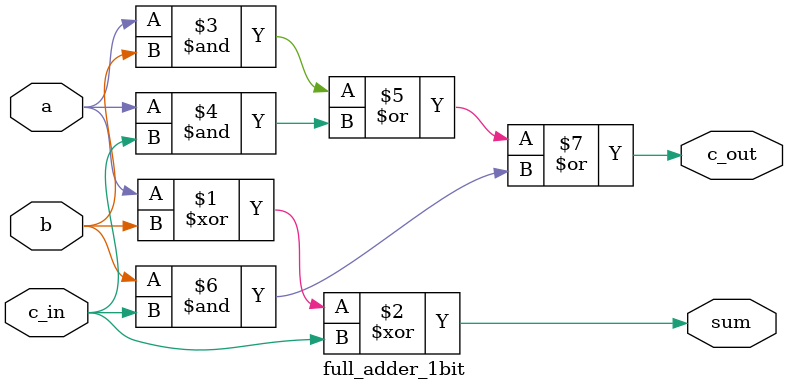
<source format=sv>
module full_adder_1bit(c_out, sum, a, b, c_in);

output sum, c_out;
input a, b, c_in;

assign sum = a ^ b ^ c_in;
assign c_out = (a & b) | (a & c_in) | (b & c_in);

endmodule
</source>
